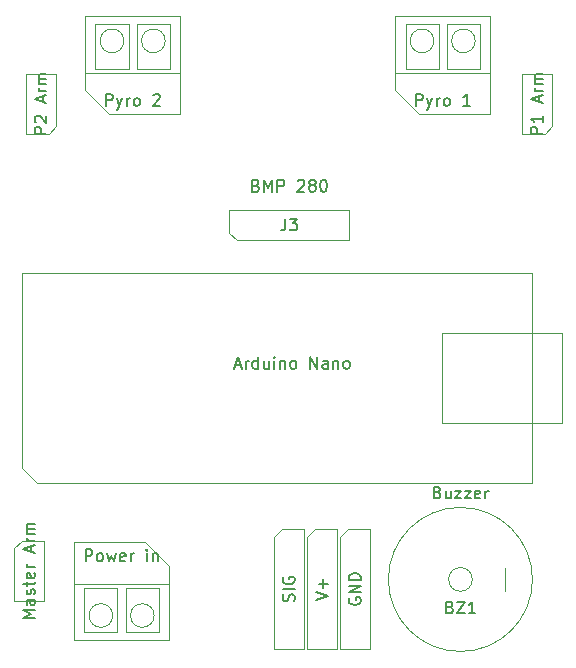
<source format=gbr>
%TF.GenerationSoftware,KiCad,Pcbnew,(6.0.1)*%
%TF.CreationDate,2022-02-19T19:16:45+01:00*%
%TF.ProjectId,NANOFC,4e414e4f-4643-42e6-9b69-6361645f7063,rev?*%
%TF.SameCoordinates,Original*%
%TF.FileFunction,AssemblyDrawing,Top*%
%FSLAX46Y46*%
G04 Gerber Fmt 4.6, Leading zero omitted, Abs format (unit mm)*
G04 Created by KiCad (PCBNEW (6.0.1)) date 2022-02-19 19:16:45*
%MOMM*%
%LPD*%
G01*
G04 APERTURE LIST*
%ADD10C,0.150000*%
%ADD11C,0.100000*%
G04 APERTURE END LIST*
D10*
%TO.C,Pyro 2*%
X159488095Y-70902380D02*
X159488095Y-69902380D01*
X159869047Y-69902380D01*
X159964285Y-69950000D01*
X160011904Y-69997619D01*
X160059523Y-70092857D01*
X160059523Y-70235714D01*
X160011904Y-70330952D01*
X159964285Y-70378571D01*
X159869047Y-70426190D01*
X159488095Y-70426190D01*
X160392857Y-70235714D02*
X160630952Y-70902380D01*
X160869047Y-70235714D02*
X160630952Y-70902380D01*
X160535714Y-71140476D01*
X160488095Y-71188095D01*
X160392857Y-71235714D01*
X161250000Y-70902380D02*
X161250000Y-70235714D01*
X161250000Y-70426190D02*
X161297619Y-70330952D01*
X161345238Y-70283333D01*
X161440476Y-70235714D01*
X161535714Y-70235714D01*
X162011904Y-70902380D02*
X161916666Y-70854761D01*
X161869047Y-70807142D01*
X161821428Y-70711904D01*
X161821428Y-70426190D01*
X161869047Y-70330952D01*
X161916666Y-70283333D01*
X162011904Y-70235714D01*
X162154761Y-70235714D01*
X162250000Y-70283333D01*
X162297619Y-70330952D01*
X162345238Y-70426190D01*
X162345238Y-70711904D01*
X162297619Y-70807142D01*
X162250000Y-70854761D01*
X162154761Y-70902380D01*
X162011904Y-70902380D01*
X163488095Y-69997619D02*
X163535714Y-69950000D01*
X163630952Y-69902380D01*
X163869047Y-69902380D01*
X163964285Y-69950000D01*
X164011904Y-69997619D01*
X164059523Y-70092857D01*
X164059523Y-70188095D01*
X164011904Y-70330952D01*
X163440476Y-70902380D01*
X164059523Y-70902380D01*
%TO.C,Master Arm*%
X153452380Y-114270000D02*
X152452380Y-114270000D01*
X153166666Y-113936666D01*
X152452380Y-113603333D01*
X153452380Y-113603333D01*
X153452380Y-112698571D02*
X152928571Y-112698571D01*
X152833333Y-112746190D01*
X152785714Y-112841428D01*
X152785714Y-113031904D01*
X152833333Y-113127142D01*
X153404761Y-112698571D02*
X153452380Y-112793809D01*
X153452380Y-113031904D01*
X153404761Y-113127142D01*
X153309523Y-113174761D01*
X153214285Y-113174761D01*
X153119047Y-113127142D01*
X153071428Y-113031904D01*
X153071428Y-112793809D01*
X153023809Y-112698571D01*
X153404761Y-112270000D02*
X153452380Y-112174761D01*
X153452380Y-111984285D01*
X153404761Y-111889047D01*
X153309523Y-111841428D01*
X153261904Y-111841428D01*
X153166666Y-111889047D01*
X153119047Y-111984285D01*
X153119047Y-112127142D01*
X153071428Y-112222380D01*
X152976190Y-112270000D01*
X152928571Y-112270000D01*
X152833333Y-112222380D01*
X152785714Y-112127142D01*
X152785714Y-111984285D01*
X152833333Y-111889047D01*
X152785714Y-111555714D02*
X152785714Y-111174761D01*
X152452380Y-111412857D02*
X153309523Y-111412857D01*
X153404761Y-111365238D01*
X153452380Y-111270000D01*
X153452380Y-111174761D01*
X153404761Y-110460476D02*
X153452380Y-110555714D01*
X153452380Y-110746190D01*
X153404761Y-110841428D01*
X153309523Y-110889047D01*
X152928571Y-110889047D01*
X152833333Y-110841428D01*
X152785714Y-110746190D01*
X152785714Y-110555714D01*
X152833333Y-110460476D01*
X152928571Y-110412857D01*
X153023809Y-110412857D01*
X153119047Y-110889047D01*
X153452380Y-109984285D02*
X152785714Y-109984285D01*
X152976190Y-109984285D02*
X152880952Y-109936666D01*
X152833333Y-109889047D01*
X152785714Y-109793809D01*
X152785714Y-109698571D01*
X153166666Y-108650952D02*
X153166666Y-108174761D01*
X153452380Y-108746190D02*
X152452380Y-108412857D01*
X153452380Y-108079523D01*
X153452380Y-107746190D02*
X152785714Y-107746190D01*
X152976190Y-107746190D02*
X152880952Y-107698571D01*
X152833333Y-107650952D01*
X152785714Y-107555714D01*
X152785714Y-107460476D01*
X153452380Y-107127142D02*
X152785714Y-107127142D01*
X152880952Y-107127142D02*
X152833333Y-107079523D01*
X152785714Y-106984285D01*
X152785714Y-106841428D01*
X152833333Y-106746190D01*
X152928571Y-106698571D01*
X153452380Y-106698571D01*
X152928571Y-106698571D02*
X152833333Y-106650952D01*
X152785714Y-106555714D01*
X152785714Y-106412857D01*
X152833333Y-106317619D01*
X152928571Y-106270000D01*
X153452380Y-106270000D01*
%TO.C,BZ1*%
X187571428Y-103618571D02*
X187714285Y-103666190D01*
X187761904Y-103713809D01*
X187809523Y-103809047D01*
X187809523Y-103951904D01*
X187761904Y-104047142D01*
X187714285Y-104094761D01*
X187619047Y-104142380D01*
X187238095Y-104142380D01*
X187238095Y-103142380D01*
X187571428Y-103142380D01*
X187666666Y-103190000D01*
X187714285Y-103237619D01*
X187761904Y-103332857D01*
X187761904Y-103428095D01*
X187714285Y-103523333D01*
X187666666Y-103570952D01*
X187571428Y-103618571D01*
X187238095Y-103618571D01*
X188666666Y-103475714D02*
X188666666Y-104142380D01*
X188238095Y-103475714D02*
X188238095Y-103999523D01*
X188285714Y-104094761D01*
X188380952Y-104142380D01*
X188523809Y-104142380D01*
X188619047Y-104094761D01*
X188666666Y-104047142D01*
X189047619Y-103475714D02*
X189571428Y-103475714D01*
X189047619Y-104142380D01*
X189571428Y-104142380D01*
X189857142Y-103475714D02*
X190380952Y-103475714D01*
X189857142Y-104142380D01*
X190380952Y-104142380D01*
X191142857Y-104094761D02*
X191047619Y-104142380D01*
X190857142Y-104142380D01*
X190761904Y-104094761D01*
X190714285Y-103999523D01*
X190714285Y-103618571D01*
X190761904Y-103523333D01*
X190857142Y-103475714D01*
X191047619Y-103475714D01*
X191142857Y-103523333D01*
X191190476Y-103618571D01*
X191190476Y-103713809D01*
X190714285Y-103809047D01*
X191619047Y-104142380D02*
X191619047Y-103475714D01*
X191619047Y-103666190D02*
X191666666Y-103570952D01*
X191714285Y-103523333D01*
X191809523Y-103475714D01*
X191904761Y-103475714D01*
X188619047Y-113358571D02*
X188761904Y-113406190D01*
X188809523Y-113453809D01*
X188857142Y-113549047D01*
X188857142Y-113691904D01*
X188809523Y-113787142D01*
X188761904Y-113834761D01*
X188666666Y-113882380D01*
X188285714Y-113882380D01*
X188285714Y-112882380D01*
X188619047Y-112882380D01*
X188714285Y-112930000D01*
X188761904Y-112977619D01*
X188809523Y-113072857D01*
X188809523Y-113168095D01*
X188761904Y-113263333D01*
X188714285Y-113310952D01*
X188619047Y-113358571D01*
X188285714Y-113358571D01*
X189190476Y-112882380D02*
X189857142Y-112882380D01*
X189190476Y-113882380D01*
X189857142Y-113882380D01*
X190761904Y-113882380D02*
X190190476Y-113882380D01*
X190476190Y-113882380D02*
X190476190Y-112882380D01*
X190380952Y-113025238D01*
X190285714Y-113120476D01*
X190190476Y-113168095D01*
%TO.C,J3*%
X172200476Y-77648571D02*
X172343333Y-77696190D01*
X172390952Y-77743809D01*
X172438571Y-77839047D01*
X172438571Y-77981904D01*
X172390952Y-78077142D01*
X172343333Y-78124761D01*
X172248095Y-78172380D01*
X171867142Y-78172380D01*
X171867142Y-77172380D01*
X172200476Y-77172380D01*
X172295714Y-77220000D01*
X172343333Y-77267619D01*
X172390952Y-77362857D01*
X172390952Y-77458095D01*
X172343333Y-77553333D01*
X172295714Y-77600952D01*
X172200476Y-77648571D01*
X171867142Y-77648571D01*
X172867142Y-78172380D02*
X172867142Y-77172380D01*
X173200476Y-77886666D01*
X173533809Y-77172380D01*
X173533809Y-78172380D01*
X174010000Y-78172380D02*
X174010000Y-77172380D01*
X174390952Y-77172380D01*
X174486190Y-77220000D01*
X174533809Y-77267619D01*
X174581428Y-77362857D01*
X174581428Y-77505714D01*
X174533809Y-77600952D01*
X174486190Y-77648571D01*
X174390952Y-77696190D01*
X174010000Y-77696190D01*
X175724285Y-77267619D02*
X175771904Y-77220000D01*
X175867142Y-77172380D01*
X176105238Y-77172380D01*
X176200476Y-77220000D01*
X176248095Y-77267619D01*
X176295714Y-77362857D01*
X176295714Y-77458095D01*
X176248095Y-77600952D01*
X175676666Y-78172380D01*
X176295714Y-78172380D01*
X176867142Y-77600952D02*
X176771904Y-77553333D01*
X176724285Y-77505714D01*
X176676666Y-77410476D01*
X176676666Y-77362857D01*
X176724285Y-77267619D01*
X176771904Y-77220000D01*
X176867142Y-77172380D01*
X177057619Y-77172380D01*
X177152857Y-77220000D01*
X177200476Y-77267619D01*
X177248095Y-77362857D01*
X177248095Y-77410476D01*
X177200476Y-77505714D01*
X177152857Y-77553333D01*
X177057619Y-77600952D01*
X176867142Y-77600952D01*
X176771904Y-77648571D01*
X176724285Y-77696190D01*
X176676666Y-77791428D01*
X176676666Y-77981904D01*
X176724285Y-78077142D01*
X176771904Y-78124761D01*
X176867142Y-78172380D01*
X177057619Y-78172380D01*
X177152857Y-78124761D01*
X177200476Y-78077142D01*
X177248095Y-77981904D01*
X177248095Y-77791428D01*
X177200476Y-77696190D01*
X177152857Y-77648571D01*
X177057619Y-77600952D01*
X177867142Y-77172380D02*
X177962380Y-77172380D01*
X178057619Y-77220000D01*
X178105238Y-77267619D01*
X178152857Y-77362857D01*
X178200476Y-77553333D01*
X178200476Y-77791428D01*
X178152857Y-77981904D01*
X178105238Y-78077142D01*
X178057619Y-78124761D01*
X177962380Y-78172380D01*
X177867142Y-78172380D01*
X177771904Y-78124761D01*
X177724285Y-78077142D01*
X177676666Y-77981904D01*
X177629047Y-77791428D01*
X177629047Y-77553333D01*
X177676666Y-77362857D01*
X177724285Y-77267619D01*
X177771904Y-77220000D01*
X177867142Y-77172380D01*
X174676666Y-80452380D02*
X174676666Y-81166666D01*
X174629047Y-81309523D01*
X174533809Y-81404761D01*
X174390952Y-81452380D01*
X174295714Y-81452380D01*
X175057619Y-80452380D02*
X175676666Y-80452380D01*
X175343333Y-80833333D01*
X175486190Y-80833333D01*
X175581428Y-80880952D01*
X175629047Y-80928571D01*
X175676666Y-81023809D01*
X175676666Y-81261904D01*
X175629047Y-81357142D01*
X175581428Y-81404761D01*
X175486190Y-81452380D01*
X175200476Y-81452380D01*
X175105238Y-81404761D01*
X175057619Y-81357142D01*
%TO.C,GND*%
X180100000Y-112571904D02*
X180052380Y-112667142D01*
X180052380Y-112810000D01*
X180100000Y-112952857D01*
X180195238Y-113048095D01*
X180290476Y-113095714D01*
X180480952Y-113143333D01*
X180623809Y-113143333D01*
X180814285Y-113095714D01*
X180909523Y-113048095D01*
X181004761Y-112952857D01*
X181052380Y-112810000D01*
X181052380Y-112714761D01*
X181004761Y-112571904D01*
X180957142Y-112524285D01*
X180623809Y-112524285D01*
X180623809Y-112714761D01*
X181052380Y-112095714D02*
X180052380Y-112095714D01*
X181052380Y-111524285D01*
X180052380Y-111524285D01*
X181052380Y-111048095D02*
X180052380Y-111048095D01*
X180052380Y-110810000D01*
X180100000Y-110667142D01*
X180195238Y-110571904D01*
X180290476Y-110524285D01*
X180480952Y-110476666D01*
X180623809Y-110476666D01*
X180814285Y-110524285D01*
X180909523Y-110571904D01*
X181004761Y-110667142D01*
X181052380Y-110810000D01*
X181052380Y-111048095D01*
%TO.C,A1*%
X170402857Y-92866666D02*
X170879047Y-92866666D01*
X170307619Y-93152380D02*
X170640952Y-92152380D01*
X170974285Y-93152380D01*
X171307619Y-93152380D02*
X171307619Y-92485714D01*
X171307619Y-92676190D02*
X171355238Y-92580952D01*
X171402857Y-92533333D01*
X171498095Y-92485714D01*
X171593333Y-92485714D01*
X172355238Y-93152380D02*
X172355238Y-92152380D01*
X172355238Y-93104761D02*
X172260000Y-93152380D01*
X172069523Y-93152380D01*
X171974285Y-93104761D01*
X171926666Y-93057142D01*
X171879047Y-92961904D01*
X171879047Y-92676190D01*
X171926666Y-92580952D01*
X171974285Y-92533333D01*
X172069523Y-92485714D01*
X172260000Y-92485714D01*
X172355238Y-92533333D01*
X173260000Y-92485714D02*
X173260000Y-93152380D01*
X172831428Y-92485714D02*
X172831428Y-93009523D01*
X172879047Y-93104761D01*
X172974285Y-93152380D01*
X173117142Y-93152380D01*
X173212380Y-93104761D01*
X173260000Y-93057142D01*
X173736190Y-93152380D02*
X173736190Y-92485714D01*
X173736190Y-92152380D02*
X173688571Y-92200000D01*
X173736190Y-92247619D01*
X173783809Y-92200000D01*
X173736190Y-92152380D01*
X173736190Y-92247619D01*
X174212380Y-92485714D02*
X174212380Y-93152380D01*
X174212380Y-92580952D02*
X174260000Y-92533333D01*
X174355238Y-92485714D01*
X174498095Y-92485714D01*
X174593333Y-92533333D01*
X174640952Y-92628571D01*
X174640952Y-93152380D01*
X175260000Y-93152380D02*
X175164761Y-93104761D01*
X175117142Y-93057142D01*
X175069523Y-92961904D01*
X175069523Y-92676190D01*
X175117142Y-92580952D01*
X175164761Y-92533333D01*
X175260000Y-92485714D01*
X175402857Y-92485714D01*
X175498095Y-92533333D01*
X175545714Y-92580952D01*
X175593333Y-92676190D01*
X175593333Y-92961904D01*
X175545714Y-93057142D01*
X175498095Y-93104761D01*
X175402857Y-93152380D01*
X175260000Y-93152380D01*
X176783809Y-93152380D02*
X176783809Y-92152380D01*
X177355238Y-93152380D01*
X177355238Y-92152380D01*
X178260000Y-93152380D02*
X178260000Y-92628571D01*
X178212380Y-92533333D01*
X178117142Y-92485714D01*
X177926666Y-92485714D01*
X177831428Y-92533333D01*
X178260000Y-93104761D02*
X178164761Y-93152380D01*
X177926666Y-93152380D01*
X177831428Y-93104761D01*
X177783809Y-93009523D01*
X177783809Y-92914285D01*
X177831428Y-92819047D01*
X177926666Y-92771428D01*
X178164761Y-92771428D01*
X178260000Y-92723809D01*
X178736190Y-92485714D02*
X178736190Y-93152380D01*
X178736190Y-92580952D02*
X178783809Y-92533333D01*
X178879047Y-92485714D01*
X179021904Y-92485714D01*
X179117142Y-92533333D01*
X179164761Y-92628571D01*
X179164761Y-93152380D01*
X179783809Y-93152380D02*
X179688571Y-93104761D01*
X179640952Y-93057142D01*
X179593333Y-92961904D01*
X179593333Y-92676190D01*
X179640952Y-92580952D01*
X179688571Y-92533333D01*
X179783809Y-92485714D01*
X179926666Y-92485714D01*
X180021904Y-92533333D01*
X180069523Y-92580952D01*
X180117142Y-92676190D01*
X180117142Y-92961904D01*
X180069523Y-93057142D01*
X180021904Y-93104761D01*
X179926666Y-93152380D01*
X179783809Y-93152380D01*
%TO.C,P1 Arm*%
X196452380Y-73253809D02*
X195452380Y-73253809D01*
X195452380Y-72872857D01*
X195500000Y-72777619D01*
X195547619Y-72730000D01*
X195642857Y-72682380D01*
X195785714Y-72682380D01*
X195880952Y-72730000D01*
X195928571Y-72777619D01*
X195976190Y-72872857D01*
X195976190Y-73253809D01*
X196452380Y-71730000D02*
X196452380Y-72301428D01*
X196452380Y-72015714D02*
X195452380Y-72015714D01*
X195595238Y-72110952D01*
X195690476Y-72206190D01*
X195738095Y-72301428D01*
X196166666Y-70587142D02*
X196166666Y-70110952D01*
X196452380Y-70682380D02*
X195452380Y-70349047D01*
X196452380Y-70015714D01*
X196452380Y-69682380D02*
X195785714Y-69682380D01*
X195976190Y-69682380D02*
X195880952Y-69634761D01*
X195833333Y-69587142D01*
X195785714Y-69491904D01*
X195785714Y-69396666D01*
X196452380Y-69063333D02*
X195785714Y-69063333D01*
X195880952Y-69063333D02*
X195833333Y-69015714D01*
X195785714Y-68920476D01*
X195785714Y-68777619D01*
X195833333Y-68682380D01*
X195928571Y-68634761D01*
X196452380Y-68634761D01*
X195928571Y-68634761D02*
X195833333Y-68587142D01*
X195785714Y-68491904D01*
X195785714Y-68349047D01*
X195833333Y-68253809D01*
X195928571Y-68206190D01*
X196452380Y-68206190D01*
%TO.C,V+*%
X177252380Y-112762380D02*
X178252380Y-112429047D01*
X177252380Y-112095714D01*
X177871428Y-111762380D02*
X177871428Y-111000476D01*
X178252380Y-111381428D02*
X177490476Y-111381428D01*
%TO.C,Pyro 1*%
X185738095Y-70902380D02*
X185738095Y-69902380D01*
X186119047Y-69902380D01*
X186214285Y-69950000D01*
X186261904Y-69997619D01*
X186309523Y-70092857D01*
X186309523Y-70235714D01*
X186261904Y-70330952D01*
X186214285Y-70378571D01*
X186119047Y-70426190D01*
X185738095Y-70426190D01*
X186642857Y-70235714D02*
X186880952Y-70902380D01*
X187119047Y-70235714D02*
X186880952Y-70902380D01*
X186785714Y-71140476D01*
X186738095Y-71188095D01*
X186642857Y-71235714D01*
X187500000Y-70902380D02*
X187500000Y-70235714D01*
X187500000Y-70426190D02*
X187547619Y-70330952D01*
X187595238Y-70283333D01*
X187690476Y-70235714D01*
X187785714Y-70235714D01*
X188261904Y-70902380D02*
X188166666Y-70854761D01*
X188119047Y-70807142D01*
X188071428Y-70711904D01*
X188071428Y-70426190D01*
X188119047Y-70330952D01*
X188166666Y-70283333D01*
X188261904Y-70235714D01*
X188404761Y-70235714D01*
X188500000Y-70283333D01*
X188547619Y-70330952D01*
X188595238Y-70426190D01*
X188595238Y-70711904D01*
X188547619Y-70807142D01*
X188500000Y-70854761D01*
X188404761Y-70902380D01*
X188261904Y-70902380D01*
X190309523Y-70902380D02*
X189738095Y-70902380D01*
X190023809Y-70902380D02*
X190023809Y-69902380D01*
X189928571Y-70045238D01*
X189833333Y-70140476D01*
X189738095Y-70188095D01*
%TO.C,Power in*%
X157762380Y-109457380D02*
X157762380Y-108457380D01*
X158143333Y-108457380D01*
X158238571Y-108505000D01*
X158286190Y-108552619D01*
X158333809Y-108647857D01*
X158333809Y-108790714D01*
X158286190Y-108885952D01*
X158238571Y-108933571D01*
X158143333Y-108981190D01*
X157762380Y-108981190D01*
X158905238Y-109457380D02*
X158810000Y-109409761D01*
X158762380Y-109362142D01*
X158714761Y-109266904D01*
X158714761Y-108981190D01*
X158762380Y-108885952D01*
X158810000Y-108838333D01*
X158905238Y-108790714D01*
X159048095Y-108790714D01*
X159143333Y-108838333D01*
X159190952Y-108885952D01*
X159238571Y-108981190D01*
X159238571Y-109266904D01*
X159190952Y-109362142D01*
X159143333Y-109409761D01*
X159048095Y-109457380D01*
X158905238Y-109457380D01*
X159571904Y-108790714D02*
X159762380Y-109457380D01*
X159952857Y-108981190D01*
X160143333Y-109457380D01*
X160333809Y-108790714D01*
X161095714Y-109409761D02*
X161000476Y-109457380D01*
X160810000Y-109457380D01*
X160714761Y-109409761D01*
X160667142Y-109314523D01*
X160667142Y-108933571D01*
X160714761Y-108838333D01*
X160810000Y-108790714D01*
X161000476Y-108790714D01*
X161095714Y-108838333D01*
X161143333Y-108933571D01*
X161143333Y-109028809D01*
X160667142Y-109124047D01*
X161571904Y-109457380D02*
X161571904Y-108790714D01*
X161571904Y-108981190D02*
X161619523Y-108885952D01*
X161667142Y-108838333D01*
X161762380Y-108790714D01*
X161857619Y-108790714D01*
X162952857Y-109457380D02*
X162952857Y-108790714D01*
X162952857Y-108457380D02*
X162905238Y-108505000D01*
X162952857Y-108552619D01*
X163000476Y-108505000D01*
X162952857Y-108457380D01*
X162952857Y-108552619D01*
X163429047Y-108790714D02*
X163429047Y-109457380D01*
X163429047Y-108885952D02*
X163476666Y-108838333D01*
X163571904Y-108790714D01*
X163714761Y-108790714D01*
X163810000Y-108838333D01*
X163857619Y-108933571D01*
X163857619Y-109457380D01*
%TO.C,P2 Arm*%
X154452380Y-73253809D02*
X153452380Y-73253809D01*
X153452380Y-72872857D01*
X153500000Y-72777619D01*
X153547619Y-72730000D01*
X153642857Y-72682380D01*
X153785714Y-72682380D01*
X153880952Y-72730000D01*
X153928571Y-72777619D01*
X153976190Y-72872857D01*
X153976190Y-73253809D01*
X153547619Y-72301428D02*
X153500000Y-72253809D01*
X153452380Y-72158571D01*
X153452380Y-71920476D01*
X153500000Y-71825238D01*
X153547619Y-71777619D01*
X153642857Y-71730000D01*
X153738095Y-71730000D01*
X153880952Y-71777619D01*
X154452380Y-72349047D01*
X154452380Y-71730000D01*
X154166666Y-70587142D02*
X154166666Y-70110952D01*
X154452380Y-70682380D02*
X153452380Y-70349047D01*
X154452380Y-70015714D01*
X154452380Y-69682380D02*
X153785714Y-69682380D01*
X153976190Y-69682380D02*
X153880952Y-69634761D01*
X153833333Y-69587142D01*
X153785714Y-69491904D01*
X153785714Y-69396666D01*
X154452380Y-69063333D02*
X153785714Y-69063333D01*
X153880952Y-69063333D02*
X153833333Y-69015714D01*
X153785714Y-68920476D01*
X153785714Y-68777619D01*
X153833333Y-68682380D01*
X153928571Y-68634761D01*
X154452380Y-68634761D01*
X153928571Y-68634761D02*
X153833333Y-68587142D01*
X153785714Y-68491904D01*
X153785714Y-68349047D01*
X153833333Y-68253809D01*
X153928571Y-68206190D01*
X154452380Y-68206190D01*
%TO.C,SIG*%
X175404761Y-112833809D02*
X175452380Y-112690952D01*
X175452380Y-112452857D01*
X175404761Y-112357619D01*
X175357142Y-112310000D01*
X175261904Y-112262380D01*
X175166666Y-112262380D01*
X175071428Y-112310000D01*
X175023809Y-112357619D01*
X174976190Y-112452857D01*
X174928571Y-112643333D01*
X174880952Y-112738571D01*
X174833333Y-112786190D01*
X174738095Y-112833809D01*
X174642857Y-112833809D01*
X174547619Y-112786190D01*
X174500000Y-112738571D01*
X174452380Y-112643333D01*
X174452380Y-112405238D01*
X174500000Y-112262380D01*
X175452380Y-111833809D02*
X174452380Y-111833809D01*
X174500000Y-110833809D02*
X174452380Y-110929047D01*
X174452380Y-111071904D01*
X174500000Y-111214761D01*
X174595238Y-111310000D01*
X174690476Y-111357619D01*
X174880952Y-111405238D01*
X175023809Y-111405238D01*
X175214285Y-111357619D01*
X175309523Y-111310000D01*
X175404761Y-111214761D01*
X175452380Y-111071904D01*
X175452380Y-110976666D01*
X175404761Y-110833809D01*
X175357142Y-110786190D01*
X175023809Y-110786190D01*
X175023809Y-110976666D01*
D11*
%TO.C,Pyro 2*%
X164900000Y-67750000D02*
X164900000Y-64000000D01*
X162100000Y-64000000D02*
X162100000Y-67750000D01*
X164900000Y-64000000D02*
X162100000Y-64000000D01*
X162100000Y-67750000D02*
X164900000Y-67750000D01*
X157750000Y-69600000D02*
X157750000Y-63300000D01*
X165750000Y-63300000D02*
X165750000Y-71600000D01*
X157750000Y-63300000D02*
X165750000Y-63300000D01*
X159750000Y-71600000D02*
X157750000Y-69600000D01*
X165750000Y-71600000D02*
X159750000Y-71600000D01*
X158600000Y-67750000D02*
X161400000Y-67750000D01*
X161400000Y-64000000D02*
X158600000Y-64000000D01*
X161400000Y-67750000D02*
X161400000Y-64000000D01*
X157750000Y-68100000D02*
X165750000Y-68100000D01*
X158600000Y-64000000D02*
X158600000Y-67750000D01*
X164500000Y-65400000D02*
G75*
G03*
X164500000Y-65400000I-1000000J0D01*
G01*
X161000000Y-65400000D02*
G75*
G03*
X161000000Y-65400000I-1000000J0D01*
G01*
%TO.C,Master Arm*%
X154270000Y-107730000D02*
X154270000Y-112810000D01*
X151730000Y-108365000D02*
X152365000Y-107730000D01*
X154270000Y-112810000D02*
X151730000Y-112810000D01*
X151730000Y-112810000D02*
X151730000Y-108365000D01*
X152365000Y-107730000D02*
X154270000Y-107730000D01*
%TO.C,BZ1*%
X193300000Y-112000000D02*
X193300000Y-110000000D01*
X190500000Y-111000000D02*
G75*
G03*
X190500000Y-111000000I-1000000J0D01*
G01*
X195600000Y-111000000D02*
G75*
G03*
X195600000Y-111000000I-6100000J0D01*
G01*
%TO.C,J3*%
X180090000Y-79730000D02*
X180090000Y-82270000D01*
X169930000Y-79730000D02*
X180090000Y-79730000D01*
X180090000Y-82270000D02*
X170565000Y-82270000D01*
X170565000Y-82270000D02*
X169930000Y-81635000D01*
X169930000Y-81635000D02*
X169930000Y-79730000D01*
%TO.C,GND*%
X179330000Y-107365000D02*
X179965000Y-106730000D01*
X179330000Y-116890000D02*
X179330000Y-107365000D01*
X181870000Y-106730000D02*
X181870000Y-116890000D01*
X179965000Y-106730000D02*
X181870000Y-106730000D01*
X181870000Y-116890000D02*
X179330000Y-116890000D01*
%TO.C,A1*%
X187960000Y-97780000D02*
X187960000Y-90160000D01*
X152400000Y-101590000D02*
X152400000Y-85080000D01*
X195580000Y-85080000D02*
X195580000Y-102860000D01*
X198120000Y-97780000D02*
X187960000Y-97780000D01*
X195580000Y-102860000D02*
X153670000Y-102860000D01*
X187960000Y-90160000D02*
X198120000Y-90160000D01*
X153670000Y-102860000D02*
X152400000Y-101590000D01*
X198120000Y-90160000D02*
X198120000Y-97780000D01*
X152400000Y-85080000D02*
X195580000Y-85080000D01*
%TO.C,P1 Arm*%
X194730000Y-68190000D02*
X197270000Y-68190000D01*
X196635000Y-73270000D02*
X194730000Y-73270000D01*
X197270000Y-68190000D02*
X197270000Y-72635000D01*
X197270000Y-72635000D02*
X196635000Y-73270000D01*
X194730000Y-73270000D02*
X194730000Y-68190000D01*
%TO.C,V+*%
X176530000Y-107365000D02*
X177165000Y-106730000D01*
X179070000Y-116890000D02*
X176530000Y-116890000D01*
X177165000Y-106730000D02*
X179070000Y-106730000D01*
X179070000Y-106730000D02*
X179070000Y-116890000D01*
X176530000Y-116890000D02*
X176530000Y-107365000D01*
%TO.C,Pyro 1*%
X191150000Y-64000000D02*
X188350000Y-64000000D01*
X187650000Y-67750000D02*
X187650000Y-64000000D01*
X184000000Y-68100000D02*
X192000000Y-68100000D01*
X184850000Y-64000000D02*
X184850000Y-67750000D01*
X187650000Y-64000000D02*
X184850000Y-64000000D01*
X188350000Y-67750000D02*
X191150000Y-67750000D01*
X186000000Y-71600000D02*
X184000000Y-69600000D01*
X192000000Y-63300000D02*
X192000000Y-71600000D01*
X184000000Y-63300000D02*
X192000000Y-63300000D01*
X191150000Y-67750000D02*
X191150000Y-64000000D01*
X184000000Y-69600000D02*
X184000000Y-63300000D01*
X184850000Y-67750000D02*
X187650000Y-67750000D01*
X192000000Y-71600000D02*
X186000000Y-71600000D01*
X188350000Y-64000000D02*
X188350000Y-67750000D01*
X187250000Y-65400000D02*
G75*
G03*
X187250000Y-65400000I-1000000J0D01*
G01*
X190750000Y-65400000D02*
G75*
G03*
X190750000Y-65400000I-1000000J0D01*
G01*
%TO.C,Power in*%
X157660000Y-111705000D02*
X157660000Y-115455000D01*
X160460000Y-111705000D02*
X157660000Y-111705000D01*
X161160000Y-115455000D02*
X163960000Y-115455000D01*
X164810000Y-109855000D02*
X164810000Y-116155000D01*
X162810000Y-107855000D02*
X164810000Y-109855000D01*
X157660000Y-115455000D02*
X160460000Y-115455000D01*
X164810000Y-116155000D02*
X156810000Y-116155000D01*
X161160000Y-111705000D02*
X161160000Y-115455000D01*
X164810000Y-111355000D02*
X156810000Y-111355000D01*
X163960000Y-111705000D02*
X161160000Y-111705000D01*
X160460000Y-115455000D02*
X160460000Y-111705000D01*
X156810000Y-116155000D02*
X156810000Y-107855000D01*
X156810000Y-107855000D02*
X162810000Y-107855000D01*
X163960000Y-115455000D02*
X163960000Y-111705000D01*
X163560000Y-114055000D02*
G75*
G03*
X163560000Y-114055000I-1000000J0D01*
G01*
X160060000Y-114055000D02*
G75*
G03*
X160060000Y-114055000I-1000000J0D01*
G01*
%TO.C,P2 Arm*%
X155270000Y-72635000D02*
X154635000Y-73270000D01*
X154635000Y-73270000D02*
X152730000Y-73270000D01*
X152730000Y-68190000D02*
X155270000Y-68190000D01*
X155270000Y-68190000D02*
X155270000Y-72635000D01*
X152730000Y-73270000D02*
X152730000Y-68190000D01*
%TO.C,SIG*%
X174365000Y-106730000D02*
X176270000Y-106730000D01*
X173730000Y-116890000D02*
X173730000Y-107365000D01*
X173730000Y-107365000D02*
X174365000Y-106730000D01*
X176270000Y-106730000D02*
X176270000Y-116890000D01*
X176270000Y-116890000D02*
X173730000Y-116890000D01*
%TD*%
M02*

</source>
